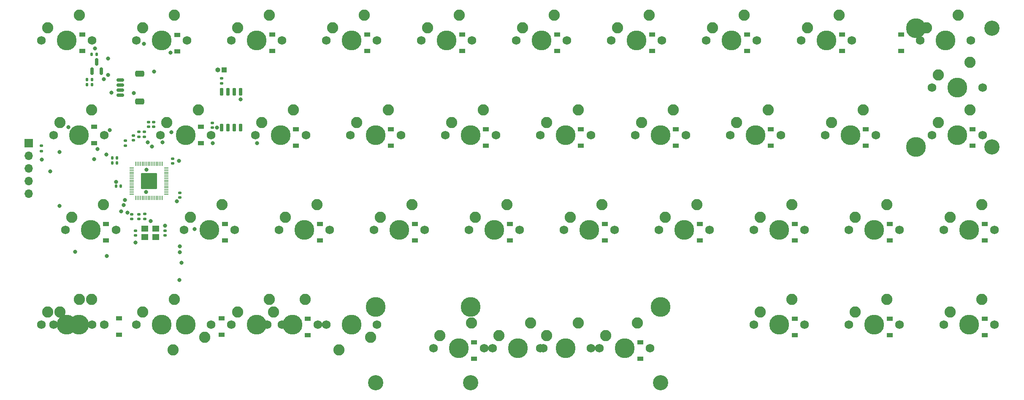
<source format=gbr>
%TF.GenerationSoftware,KiCad,Pcbnew,(6.0.7-1)-1*%
%TF.CreationDate,2022-11-08T10:29:57-05:00*%
%TF.ProjectId,cutiepie2040,63757469-6570-4696-9532-3034302e6b69,rev?*%
%TF.SameCoordinates,Original*%
%TF.FileFunction,Soldermask,Bot*%
%TF.FilePolarity,Negative*%
%FSLAX46Y46*%
G04 Gerber Fmt 4.6, Leading zero omitted, Abs format (unit mm)*
G04 Created by KiCad (PCBNEW (6.0.7-1)-1) date 2022-11-08 10:29:57*
%MOMM*%
%LPD*%
G01*
G04 APERTURE LIST*
G04 Aperture macros list*
%AMRoundRect*
0 Rectangle with rounded corners*
0 $1 Rounding radius*
0 $2 $3 $4 $5 $6 $7 $8 $9 X,Y pos of 4 corners*
0 Add a 4 corners polygon primitive as box body*
4,1,4,$2,$3,$4,$5,$6,$7,$8,$9,$2,$3,0*
0 Add four circle primitives for the rounded corners*
1,1,$1+$1,$2,$3*
1,1,$1+$1,$4,$5*
1,1,$1+$1,$6,$7*
1,1,$1+$1,$8,$9*
0 Add four rect primitives between the rounded corners*
20,1,$1+$1,$2,$3,$4,$5,0*
20,1,$1+$1,$4,$5,$6,$7,0*
20,1,$1+$1,$6,$7,$8,$9,0*
20,1,$1+$1,$8,$9,$2,$3,0*%
G04 Aperture macros list end*
%ADD10C,1.750000*%
%ADD11C,3.987800*%
%ADD12C,2.250000*%
%ADD13C,3.048000*%
%ADD14RoundRect,0.140000X0.170000X-0.140000X0.170000X0.140000X-0.170000X0.140000X-0.170000X-0.140000X0*%
%ADD15R,1.200000X0.900000*%
%ADD16RoundRect,0.140000X-0.170000X0.140000X-0.170000X-0.140000X0.170000X-0.140000X0.170000X0.140000X0*%
%ADD17RoundRect,0.135000X0.185000X-0.135000X0.185000X0.135000X-0.185000X0.135000X-0.185000X-0.135000X0*%
%ADD18RoundRect,0.135000X-0.185000X0.135000X-0.185000X-0.135000X0.185000X-0.135000X0.185000X0.135000X0*%
%ADD19R,1.000000X1.000000*%
%ADD20O,1.000000X1.000000*%
%ADD21RoundRect,0.140000X0.140000X0.170000X-0.140000X0.170000X-0.140000X-0.170000X0.140000X-0.170000X0*%
%ADD22RoundRect,0.150000X0.150000X-0.587500X0.150000X0.587500X-0.150000X0.587500X-0.150000X-0.587500X0*%
%ADD23RoundRect,0.150000X-0.150000X0.650000X-0.150000X-0.650000X0.150000X-0.650000X0.150000X0.650000X0*%
%ADD24RoundRect,0.050000X0.387500X0.050000X-0.387500X0.050000X-0.387500X-0.050000X0.387500X-0.050000X0*%
%ADD25RoundRect,0.050000X0.050000X0.387500X-0.050000X0.387500X-0.050000X-0.387500X0.050000X-0.387500X0*%
%ADD26RoundRect,0.144000X1.456000X1.456000X-1.456000X1.456000X-1.456000X-1.456000X1.456000X-1.456000X0*%
%ADD27R,1.700000X1.700000*%
%ADD28O,1.700000X1.700000*%
%ADD29RoundRect,0.150000X-0.625000X0.150000X-0.625000X-0.150000X0.625000X-0.150000X0.625000X0.150000X0*%
%ADD30RoundRect,0.250000X-0.650000X0.350000X-0.650000X-0.350000X0.650000X-0.350000X0.650000X0.350000X0*%
%ADD31R,1.400000X1.200000*%
%ADD32C,0.800000*%
G04 APERTURE END LIST*
D10*
%TO.C,MX35*%
X235767500Y-55300000D03*
X225607500Y-55300000D03*
D11*
X230687500Y-55300000D03*
D12*
X226877500Y-52760000D03*
X233227500Y-50220000D03*
%TD*%
D11*
%TO.C,MX4*%
X54475000Y-112450000D03*
D10*
X59555000Y-112450000D03*
X49395000Y-112450000D03*
D12*
X50665000Y-109910000D03*
X57015000Y-107370000D03*
%TD*%
D11*
%TO.C,MX1*%
X54475000Y-55300000D03*
D10*
X49395000Y-55300000D03*
X59555000Y-55300000D03*
D12*
X50665000Y-52760000D03*
X57015000Y-50220000D03*
%TD*%
D10*
%TO.C,MX22*%
X154170000Y-93400000D03*
X164330000Y-93400000D03*
D11*
X159250000Y-93400000D03*
D12*
X155440000Y-90860000D03*
X161790000Y-88320000D03*
%TD*%
D11*
%TO.C,MX17*%
X135437500Y-74350000D03*
D10*
X140517500Y-74350000D03*
X130357500Y-74350000D03*
D12*
X131627500Y-71810000D03*
X137977500Y-69270000D03*
%TD*%
D11*
%TO.C,MX2*%
X56856250Y-74350000D03*
D10*
X61936250Y-74350000D03*
X51776250Y-74350000D03*
D12*
X53046250Y-71810000D03*
X59396250Y-69270000D03*
%TD*%
D10*
%TO.C,MX11*%
X107180000Y-93400000D03*
X97020000Y-93400000D03*
D11*
X102100000Y-93400000D03*
D12*
X98290000Y-90860000D03*
X104640000Y-88320000D03*
%TD*%
D11*
%TO.C,MX23*%
X154487500Y-117212500D03*
X135437500Y-108957500D03*
D13*
X173537500Y-124197500D03*
D10*
X149407500Y-117212500D03*
D13*
X135437500Y-124197500D03*
D10*
X159567500Y-117212500D03*
D11*
X173537500Y-108957500D03*
D12*
X150677500Y-114672500D03*
X157027500Y-112132500D03*
%TD*%
D11*
%TO.C,MX10*%
X97337500Y-74350000D03*
D10*
X92257500Y-74350000D03*
X102417500Y-74350000D03*
D12*
X93527500Y-71810000D03*
X99877500Y-69270000D03*
%TD*%
D10*
%TO.C,MX18*%
X135120000Y-93400000D03*
D11*
X140200000Y-93400000D03*
D10*
X145280000Y-93400000D03*
D12*
X136390000Y-90860000D03*
X142740000Y-88320000D03*
%TD*%
D10*
%TO.C,MX30*%
X202430000Y-112450000D03*
D11*
X197350000Y-112450000D03*
D10*
X192270000Y-112450000D03*
D12*
X193540000Y-109910000D03*
X199890000Y-107370000D03*
%TD*%
D11*
%TO.C,MX12*%
X99718750Y-112450000D03*
D10*
X94638750Y-112450000D03*
X104798750Y-112450000D03*
D12*
X95908750Y-109910000D03*
X102258750Y-107370000D03*
%TD*%
D11*
%TO.C,MX19*%
X111625000Y-112450000D03*
D10*
X106545000Y-112450000D03*
X116705000Y-112450000D03*
D12*
X115435000Y-114990000D03*
X109085000Y-117530000D03*
%TD*%
D11*
%TO.C,MX4*%
X56856250Y-112450000D03*
D10*
X61936250Y-112450000D03*
X51776250Y-112450000D03*
D12*
X53046250Y-109910000D03*
X59396250Y-107370000D03*
%TD*%
D11*
%TO.C,MX33*%
X216400000Y-93400000D03*
D10*
X221480000Y-93400000D03*
X211320000Y-93400000D03*
D12*
X212590000Y-90860000D03*
X218940000Y-88320000D03*
%TD*%
D11*
%TO.C,MX13*%
X111625000Y-55300000D03*
D10*
X106545000Y-55300000D03*
X116705000Y-55300000D03*
D12*
X107815000Y-52760000D03*
X114165000Y-50220000D03*
%TD*%
D10*
%TO.C,MX29*%
X202430000Y-93400000D03*
X192270000Y-93400000D03*
D11*
X197350000Y-93400000D03*
D12*
X193540000Y-90860000D03*
X199890000Y-88320000D03*
%TD*%
D10*
%TO.C,MX15*%
X126230000Y-93400000D03*
X116070000Y-93400000D03*
D11*
X121150000Y-93400000D03*
D12*
X117340000Y-90860000D03*
X123690000Y-88320000D03*
%TD*%
D10*
%TO.C,MX14*%
X111307500Y-74350000D03*
D11*
X116387500Y-74350000D03*
D10*
X121467500Y-74350000D03*
D12*
X112577500Y-71810000D03*
X118927500Y-69270000D03*
%TD*%
D11*
%TO.C,MX16*%
X130675000Y-55300000D03*
D10*
X125595000Y-55300000D03*
X135755000Y-55300000D03*
D12*
X126865000Y-52760000D03*
X133215000Y-50220000D03*
%TD*%
D10*
%TO.C,MX5*%
X68445000Y-55300000D03*
X78605000Y-55300000D03*
D11*
X73525000Y-55300000D03*
D12*
X69715000Y-52760000D03*
X76065000Y-50220000D03*
%TD*%
D11*
%TO.C,MX24*%
X168775000Y-55300000D03*
D10*
X173855000Y-55300000D03*
X163695000Y-55300000D03*
D12*
X164965000Y-52760000D03*
X171315000Y-50220000D03*
%TD*%
D10*
%TO.C,MX21*%
X149407500Y-74350000D03*
X159567500Y-74350000D03*
D11*
X154487500Y-74350000D03*
D12*
X150677500Y-71810000D03*
X157027500Y-69270000D03*
%TD*%
D10*
%TO.C,MX32*%
X206557500Y-74350000D03*
D11*
X211637500Y-74350000D03*
D10*
X216717500Y-74350000D03*
D12*
X207827500Y-71810000D03*
X214177500Y-69270000D03*
%TD*%
D10*
%TO.C,MX38*%
X230370000Y-112450000D03*
D11*
X235450000Y-112450000D03*
D10*
X240530000Y-112450000D03*
D12*
X231640000Y-109910000D03*
X237990000Y-107370000D03*
%TD*%
D10*
%TO.C,MX20*%
X154805000Y-55300000D03*
D11*
X149725000Y-55300000D03*
D10*
X144645000Y-55300000D03*
D12*
X145915000Y-52760000D03*
X152265000Y-50220000D03*
%TD*%
D11*
%TO.C,MX8*%
X78287500Y-112450000D03*
D10*
X83367500Y-112450000D03*
X73207500Y-112450000D03*
D12*
X82097500Y-114990000D03*
X75747500Y-117530000D03*
%TD*%
D10*
%TO.C,MX6*%
X73207500Y-74350000D03*
X83367500Y-74350000D03*
D11*
X78287500Y-74350000D03*
D12*
X74477500Y-71810000D03*
X80827500Y-69270000D03*
%TD*%
D10*
%TO.C,MX36*%
X238148750Y-74350000D03*
X227988750Y-74350000D03*
D11*
X233068750Y-74350000D03*
D12*
X229258750Y-71810000D03*
X235608750Y-69270000D03*
%TD*%
D10*
%TO.C,MX37*%
X230370000Y-93400000D03*
D11*
X235450000Y-93400000D03*
D10*
X240530000Y-93400000D03*
D12*
X231640000Y-90860000D03*
X237990000Y-88320000D03*
%TD*%
D11*
%TO.C,MX8*%
X73525000Y-112450000D03*
D10*
X68445000Y-112450000D03*
X78605000Y-112450000D03*
D12*
X69715000Y-109910000D03*
X76065000Y-107370000D03*
%TD*%
D10*
%TO.C,MX26*%
X173220000Y-93400000D03*
X183380000Y-93400000D03*
D11*
X178300000Y-93400000D03*
D12*
X174490000Y-90860000D03*
X180840000Y-88320000D03*
%TD*%
D11*
%TO.C,MX19*%
X144962500Y-117212500D03*
D13*
X116387500Y-124197500D03*
D11*
X173537500Y-108957500D03*
X116387500Y-108957500D03*
D13*
X173537500Y-124197500D03*
D10*
X150042500Y-117212500D03*
X139882500Y-117212500D03*
D12*
X141152500Y-114672500D03*
X147502500Y-112132500D03*
%TD*%
D10*
%TO.C,MX9*%
X87495000Y-55300000D03*
X97655000Y-55300000D03*
D11*
X92575000Y-55300000D03*
D12*
X88765000Y-52760000D03*
X95115000Y-50220000D03*
%TD*%
D11*
%TO.C,MX19*%
X133056250Y-117212500D03*
D10*
X138136250Y-117212500D03*
X127976250Y-117212500D03*
D12*
X129246250Y-114672500D03*
X135596250Y-112132500D03*
%TD*%
D10*
%TO.C,MX23*%
X171473750Y-117212500D03*
D11*
X166393750Y-117212500D03*
D10*
X161313750Y-117212500D03*
D12*
X162583750Y-114672500D03*
X168933750Y-112132500D03*
%TD*%
D10*
%TO.C,MX35*%
X227988750Y-64825000D03*
D13*
X240053750Y-52887000D03*
D10*
X238148750Y-64825000D03*
D11*
X224813750Y-52887000D03*
X224813750Y-76763000D03*
X233068750Y-64825000D03*
D13*
X240053750Y-76763000D03*
D12*
X229258750Y-62285000D03*
X235608750Y-59745000D03*
%TD*%
D10*
%TO.C,MX7*%
X88130000Y-93400000D03*
X77970000Y-93400000D03*
D11*
X83050000Y-93400000D03*
D12*
X79240000Y-90860000D03*
X85590000Y-88320000D03*
%TD*%
D10*
%TO.C,MX12*%
X87495000Y-112450000D03*
X97655000Y-112450000D03*
D11*
X92575000Y-112450000D03*
D12*
X88765000Y-109910000D03*
X95115000Y-107370000D03*
%TD*%
D10*
%TO.C,MX3*%
X64317500Y-93400000D03*
D11*
X59237500Y-93400000D03*
D10*
X54157500Y-93400000D03*
D12*
X55427500Y-90860000D03*
X61777500Y-88320000D03*
%TD*%
D10*
%TO.C,MX27*%
X192905000Y-55300000D03*
X182745000Y-55300000D03*
D11*
X187825000Y-55300000D03*
D12*
X184015000Y-52760000D03*
X190365000Y-50220000D03*
%TD*%
D10*
%TO.C,MX28*%
X187507500Y-74350000D03*
X197667500Y-74350000D03*
D11*
X192587500Y-74350000D03*
D12*
X188777500Y-71810000D03*
X195127500Y-69270000D03*
%TD*%
D10*
%TO.C,MX25*%
X178617500Y-74350000D03*
X168457500Y-74350000D03*
D11*
X173537500Y-74350000D03*
D12*
X169727500Y-71810000D03*
X176077500Y-69270000D03*
%TD*%
D10*
%TO.C,MX34*%
X211320000Y-112450000D03*
X221480000Y-112450000D03*
D11*
X216400000Y-112450000D03*
D12*
X212590000Y-109910000D03*
X218940000Y-107370000D03*
%TD*%
D11*
%TO.C,MX31*%
X206875000Y-55300000D03*
D10*
X211955000Y-55300000D03*
X201795000Y-55300000D03*
D12*
X203065000Y-52760000D03*
X209415000Y-50220000D03*
%TD*%
D14*
%TO.C,C_1V-Decoup2*%
X71900000Y-72730000D03*
X71900000Y-71770000D03*
%TD*%
D15*
%TO.C,D6*%
X81387500Y-76000000D03*
X81387500Y-72700000D03*
%TD*%
%TO.C,D14*%
X119487500Y-76500000D03*
X119487500Y-73200000D03*
%TD*%
D16*
%TO.C,C_Crystal1*%
X74200000Y-93570000D03*
X74200000Y-94530000D03*
%TD*%
D15*
%TO.C,D37*%
X238550000Y-95550000D03*
X238550000Y-92250000D03*
%TD*%
D17*
%TO.C,R_Crystal1*%
X70100000Y-91260000D03*
X70100000Y-90240000D03*
%TD*%
D15*
%TO.C,D17*%
X138537500Y-76500000D03*
X138537500Y-73200000D03*
%TD*%
D18*
%TO.C,R_Flash1*%
X85500000Y-62990000D03*
X85500000Y-64010000D03*
%TD*%
D19*
%TO.C,SW1*%
X86050000Y-61250000D03*
D20*
X84780000Y-61250000D03*
%TD*%
D15*
%TO.C,D8*%
X85500000Y-114550000D03*
X85500000Y-111250000D03*
%TD*%
%TO.C,D20*%
X152825000Y-57450000D03*
X152825000Y-54150000D03*
%TD*%
%TO.C,D15*%
X124250000Y-95550000D03*
X124250000Y-92250000D03*
%TD*%
%TO.C,D31*%
X209975000Y-57450000D03*
X209975000Y-54150000D03*
%TD*%
D14*
%TO.C,C_3V-Decoup2*%
X66200000Y-76480000D03*
X66200000Y-75520000D03*
%TD*%
D15*
%TO.C,D13*%
X114725000Y-57450000D03*
X114725000Y-54150000D03*
%TD*%
%TO.C,D23*%
X169493750Y-119362500D03*
X169493750Y-116062500D03*
%TD*%
D21*
%TO.C,C_3V-Decoup7*%
X64530000Y-78950000D03*
X63570000Y-78950000D03*
%TD*%
D15*
%TO.C,D32*%
X214737500Y-76500000D03*
X214737500Y-73200000D03*
%TD*%
%TO.C,D4*%
X64900000Y-114550000D03*
X64900000Y-111250000D03*
%TD*%
D14*
%TO.C,C_3V-Decoup9*%
X75700000Y-80080000D03*
X75700000Y-79120000D03*
%TD*%
D21*
%TO.C,C_3V-Decoup4*%
X65280000Y-84600000D03*
X64320000Y-84600000D03*
%TD*%
D15*
%TO.C,D26*%
X181400000Y-95550000D03*
X181400000Y-92250000D03*
%TD*%
%TO.C,D28*%
X195687500Y-76500000D03*
X195687500Y-73200000D03*
%TD*%
D18*
%TO.C,R_DATA1*%
X70000000Y-73690000D03*
X70000000Y-74710000D03*
%TD*%
D16*
%TO.C,C_3V-Decoup8*%
X68950000Y-90270000D03*
X68950000Y-91230000D03*
%TD*%
D14*
%TO.C,C_Flash1*%
X83650000Y-72880000D03*
X83650000Y-71920000D03*
%TD*%
D15*
%TO.C,D10*%
X100437500Y-76500000D03*
X100437500Y-73200000D03*
%TD*%
%TO.C,D35*%
X221800000Y-57450000D03*
X221800000Y-54150000D03*
%TD*%
%TO.C,D38*%
X238550000Y-114600000D03*
X238550000Y-111300000D03*
%TD*%
%TO.C,D19*%
X136156250Y-119362500D03*
X136156250Y-116062500D03*
%TD*%
D22*
%TO.C,U3*%
X61400000Y-61487500D03*
X59500000Y-61487500D03*
X60450000Y-59612500D03*
%TD*%
D15*
%TO.C,D25*%
X176637500Y-76500000D03*
X176637500Y-73200000D03*
%TD*%
%TO.C,D11*%
X105200000Y-95550000D03*
X105200000Y-92250000D03*
%TD*%
D16*
%TO.C,C_1V-Decoup3*%
X67450000Y-90270000D03*
X67450000Y-91230000D03*
%TD*%
D15*
%TO.C,D18*%
X143300000Y-95550000D03*
X143300000Y-92250000D03*
%TD*%
%TO.C,D34*%
X219500000Y-114600000D03*
X219500000Y-111300000D03*
%TD*%
%TO.C,D2*%
X59956250Y-76000000D03*
X59956250Y-72700000D03*
%TD*%
%TO.C,D3*%
X62337500Y-95550000D03*
X62337500Y-92250000D03*
%TD*%
%TO.C,D29*%
X200450000Y-95550000D03*
X200450000Y-92250000D03*
%TD*%
%TO.C,D16*%
X133775000Y-57450000D03*
X133775000Y-54150000D03*
%TD*%
D16*
%TO.C,C_3V-Decoup6*%
X77100000Y-85970000D03*
X77100000Y-86930000D03*
%TD*%
D15*
%TO.C,D30*%
X200450000Y-114600000D03*
X200450000Y-111300000D03*
%TD*%
%TO.C,D1*%
X57575000Y-57450000D03*
X57575000Y-54150000D03*
%TD*%
D21*
%TO.C,C_3V-Decoup1*%
X59480000Y-64250000D03*
X58520000Y-64250000D03*
%TD*%
%TO.C,C_LD1*%
X60430000Y-58100000D03*
X59470000Y-58100000D03*
%TD*%
D17*
%TO.C,R_RST1*%
X49350000Y-77560000D03*
X49350000Y-76540000D03*
%TD*%
D23*
%TO.C,U2*%
X85495000Y-65650000D03*
X86765000Y-65650000D03*
X88035000Y-65650000D03*
X89305000Y-65650000D03*
X89305000Y-72850000D03*
X88035000Y-72850000D03*
X86765000Y-72850000D03*
X85495000Y-72850000D03*
%TD*%
D15*
%TO.C,D33*%
X219500000Y-95550000D03*
X219500000Y-92250000D03*
%TD*%
%TO.C,D36*%
X236168750Y-76500000D03*
X236168750Y-73200000D03*
%TD*%
%TO.C,D7*%
X86150000Y-95550000D03*
X86150000Y-92250000D03*
%TD*%
%TO.C,D12*%
X102818750Y-114600000D03*
X102818750Y-111300000D03*
%TD*%
D14*
%TO.C,C_1V-Decoup1*%
X67800000Y-75410000D03*
X67800000Y-74450000D03*
%TD*%
%TO.C,C_3V-Decoup3*%
X70900000Y-72730000D03*
X70900000Y-71770000D03*
%TD*%
D15*
%TO.C,D22*%
X162350000Y-95550000D03*
X162350000Y-92250000D03*
%TD*%
D24*
%TO.C,U1*%
X74387500Y-81000000D03*
X74387500Y-81400000D03*
X74387500Y-81800000D03*
X74387500Y-82200000D03*
X74387500Y-82600000D03*
X74387500Y-83000000D03*
X74387500Y-83400000D03*
X74387500Y-83800000D03*
X74387500Y-84200000D03*
X74387500Y-84600000D03*
X74387500Y-85000000D03*
X74387500Y-85400000D03*
X74387500Y-85800000D03*
X74387500Y-86200000D03*
D25*
X73550000Y-87037500D03*
X73150000Y-87037500D03*
X72750000Y-87037500D03*
X72350000Y-87037500D03*
X71950000Y-87037500D03*
X71550000Y-87037500D03*
X71150000Y-87037500D03*
X70750000Y-87037500D03*
X70350000Y-87037500D03*
X69950000Y-87037500D03*
X69550000Y-87037500D03*
X69150000Y-87037500D03*
X68750000Y-87037500D03*
X68350000Y-87037500D03*
D24*
X67512500Y-86200000D03*
X67512500Y-85800000D03*
X67512500Y-85400000D03*
X67512500Y-85000000D03*
X67512500Y-84600000D03*
X67512500Y-84200000D03*
X67512500Y-83800000D03*
X67512500Y-83400000D03*
X67512500Y-83000000D03*
X67512500Y-82600000D03*
X67512500Y-82200000D03*
X67512500Y-81800000D03*
X67512500Y-81400000D03*
X67512500Y-81000000D03*
D25*
X68350000Y-80162500D03*
X68750000Y-80162500D03*
X69150000Y-80162500D03*
X69550000Y-80162500D03*
X69950000Y-80162500D03*
X70350000Y-80162500D03*
X70750000Y-80162500D03*
X71150000Y-80162500D03*
X71550000Y-80162500D03*
X71950000Y-80162500D03*
X72350000Y-80162500D03*
X72750000Y-80162500D03*
X73150000Y-80162500D03*
X73550000Y-80162500D03*
D26*
X70950000Y-83600000D03*
%TD*%
D27*
%TO.C,J2*%
X46800000Y-76025000D03*
D28*
X46800000Y-78565000D03*
X46800000Y-81105000D03*
X46800000Y-83645000D03*
X46800000Y-86185000D03*
%TD*%
D15*
%TO.C,D27*%
X190925000Y-57450000D03*
X190925000Y-54150000D03*
%TD*%
D14*
%TO.C,C_Crystal2*%
X68200000Y-94530000D03*
X68200000Y-93570000D03*
%TD*%
D15*
%TO.C,D9*%
X95675000Y-57450000D03*
X95675000Y-54150000D03*
%TD*%
%TO.C,D24*%
X171875000Y-57450000D03*
X171875000Y-54150000D03*
%TD*%
D21*
%TO.C,C_3V-Decoup5*%
X64530000Y-80000000D03*
X63570000Y-80000000D03*
%TD*%
D18*
%TO.C,R_DATA2*%
X68900000Y-73690000D03*
X68900000Y-74710000D03*
%TD*%
D21*
%TO.C,C_LD2*%
X59480000Y-63200000D03*
X58520000Y-63200000D03*
%TD*%
D29*
%TO.C,J1*%
X65200000Y-63300000D03*
X65200000Y-64300000D03*
X65200000Y-65300000D03*
X65200000Y-66300000D03*
D30*
X69075000Y-62000000D03*
X69075000Y-67600000D03*
%TD*%
D15*
%TO.C,D21*%
X157587500Y-76500000D03*
X157587500Y-73200000D03*
%TD*%
D31*
%TO.C,Y1*%
X70100000Y-93200000D03*
X72300000Y-93200000D03*
X72300000Y-94900000D03*
X70100000Y-94900000D03*
%TD*%
D15*
%TO.C,D5*%
X76625000Y-57550000D03*
X76625000Y-54250000D03*
%TD*%
D32*
X71500000Y-76650000D03*
X70400000Y-81350000D03*
X66600000Y-89950000D03*
X70350000Y-85800000D03*
X61900000Y-63100000D03*
X89300000Y-67150000D03*
X76950000Y-79550000D03*
X68200000Y-95950000D03*
X76500000Y-87700000D03*
X74200000Y-92550000D03*
X71250000Y-91650000D03*
X64300000Y-83800000D03*
X62400000Y-78250000D03*
X84550000Y-72850000D03*
X70700000Y-75850000D03*
X73650000Y-75800000D03*
X75400000Y-73800000D03*
X63050000Y-73330000D03*
X62700000Y-58950000D03*
X62700000Y-62250000D03*
X60150000Y-56950000D03*
X60655750Y-77146910D03*
X54750000Y-72800000D03*
X75250000Y-57800000D03*
X51150000Y-81650000D03*
X56150000Y-97850000D03*
X80100000Y-93250000D03*
X83750000Y-76000000D03*
X59956250Y-79225140D03*
X92600000Y-75950000D03*
X77150000Y-97950000D03*
X62500000Y-98650000D03*
X77450000Y-100000000D03*
X77100000Y-96700000D03*
X77079720Y-103520279D03*
X63400000Y-65850000D03*
X67900000Y-65950000D03*
X49450000Y-79300000D03*
X66103818Y-87435488D03*
X65849500Y-88402094D03*
X65355000Y-89745000D03*
X53000000Y-88600000D03*
X53000000Y-77800000D03*
X69950000Y-56050000D03*
X71950000Y-61600000D03*
M02*

</source>
